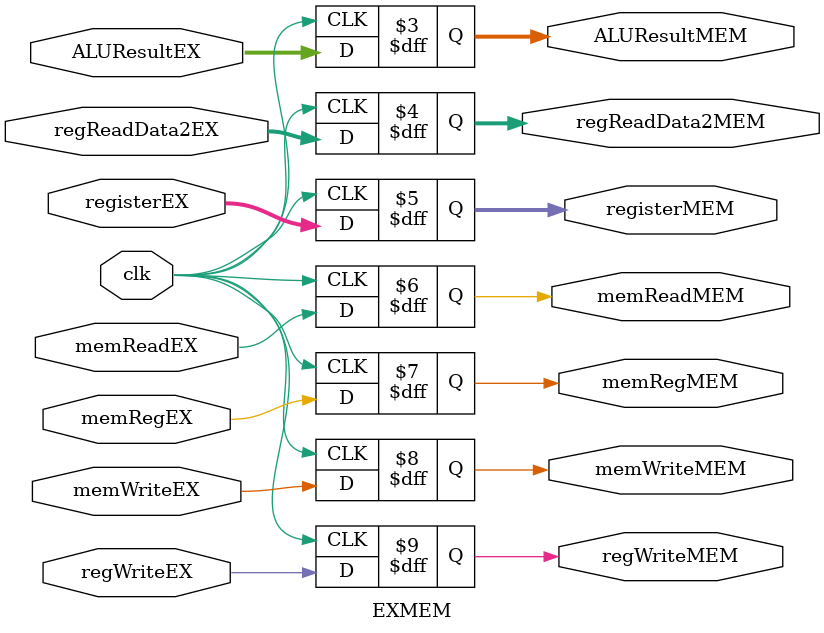
<source format=v>
`ifndef MODULE_EXMEM
`define MODULE_EXMEM
`timescale 1ns / 1ps


module EXMEM (clk, ALUResultEX, regReadData2EX, registerEX, memReadEX, memRegEX, memWriteEX, regWriteEX, ALUResultMEM, regReadData2MEM, registerMEM, memReadMEM, memRegMEM, memWriteMEM, regWriteMEM);
input clk;
input[31:0] ALUResultEX;
input[31:0] regReadData2EX;
input[4:0] registerEX;
input memReadEX;
input memRegEX;
input memWriteEX;
input regWriteEX;

output reg[31:0] ALUResultMEM;
output reg[31:0] regReadData2MEM;
output reg[4:0] registerMEM;
output reg memReadMEM;
output reg memRegMEM;
output reg memWriteMEM;
output reg regWriteMEM;

    initial begin
        ALUResultMEM = 32'b0;
        regReadData2MEM = 32'b0;
        registerMEM = 5'b0;
        memReadMEM = 1'b0;
        memRegMEM = 1'b0;
        memWriteMEM = 1'b0;
        regWriteMEM = 1'b0;
    end

    always @ (posedge clk) begin
        ALUResultMEM <= ALUResultEX;
        regReadData2MEM <= regReadData2EX;
        registerMEM <= registerEX;
        memReadMEM <= memReadEX;
        memRegMEM <= memRegEX;
        memWriteMEM <= memWriteEX;
        regWriteMEM <= regWriteEX;
    end

endmodule // EX_MEM

`endif // MODULE_EX_MEM

</source>
